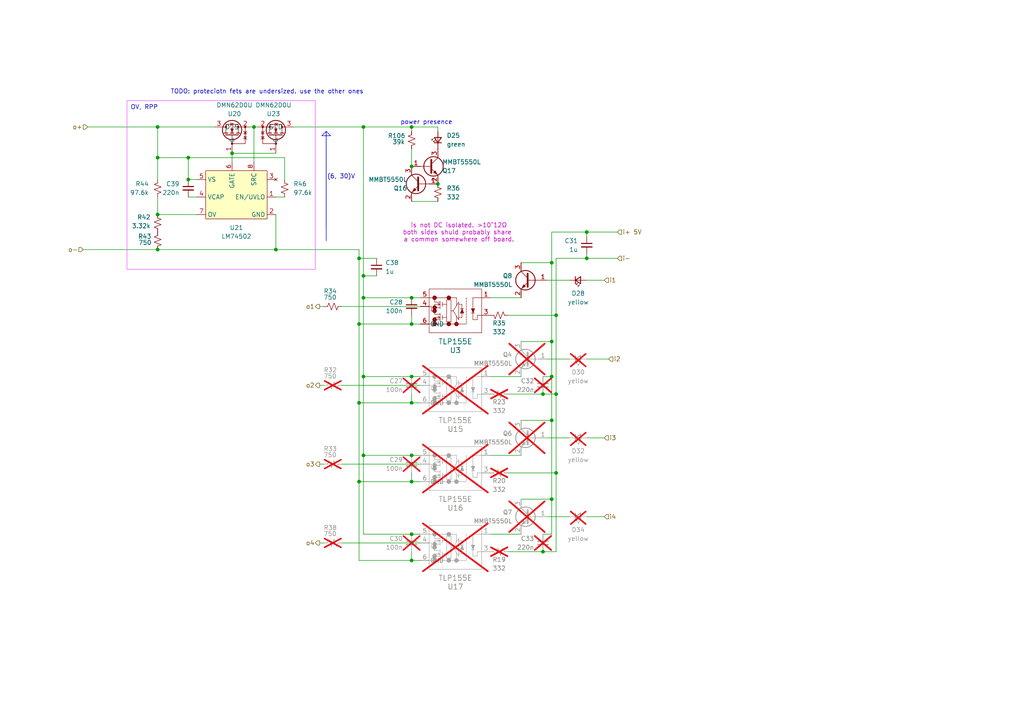
<source format=kicad_sch>
(kicad_sch (version 20250114) (generator "eeschema") (generator_version "9.0")
  (paper "A4")
  (lib_symbols
    (symbol "Device:C_Small" (pin_numbers (hide yes)) (pin_names (offset 0.254) (hide yes))
      (property "Reference" "C" (at 0.254 1.778 0))
      (property "Value" "C_Small" (at 0.254 -2.032 0))
      (symbol "C_Small_0_1"
        (polyline (pts (xy -1.524 0.508) (xy 1.524 0.508)) (stroke (width 0.3048)))
        (polyline (pts (xy -1.524 -0.508) (xy 1.524 -0.508)) (stroke (width 0.3302)))
      )
      (symbol "C_Small_1_1"
        (pin passive line (at 0 2.54 270) (length 2.032) (name "~") (number "1"))
        (pin passive line (at 0 -2.54 90) (length 2.032) (name "~") (number "2"))
      )
    )
    (symbol "Device:LED_Small" (pin_numbers (hide yes)) (pin_names (offset 0.254) (hide yes))
      (property "Reference" "D" (at -1.27 3.175 0))
      (property "Value" "LED_Small" (at -4.445 -2.54 0))
      (symbol "LED_Small_0_1"
        (polyline (pts (xy -0.762 -1.016) (xy -0.762 1.016)) (stroke (width 0.254)))
        (polyline (pts (xy 0 0.762) (xy -0.508 1.27) (xy -0.254 1.27) (xy -0.508 1.27) (xy -0.508 1.016)))
        (polyline (pts (xy 0.508 1.27) (xy 0 1.778) (xy 0.254 1.778) (xy 0 1.778) (xy 0 1.524)))
        (polyline (pts (xy 0.762 -1.016) (xy -0.762 0) (xy 0.762 1.016) (xy 0.762 -1.016)) (stroke (width 0.254)))
        (polyline (pts (xy 1.016 0) (xy -0.762 0)))
      )
      (symbol "LED_Small_1_1"
        (pin passive line (at -2.54 0 0) (length 1.778) (name "K") (number "1"))
        (pin passive line (at 2.54 0 180) (length 1.778) (name "A") (number "2"))
      )
    )
    (symbol "Device:R_Small_US" (pin_numbers (hide yes)) (pin_names (offset 0.254) (hide yes))
      (property "Reference" "R" (at 0.762 0.508 0))
      (property "Value" "R_Small_US" (at 0.762 -1.016 0))
      (symbol "R_Small_US_1_1"
        (polyline (pts (xy 0 1.524) (xy 1.016 1.143) (xy 0 0.762) (xy -1.016 0.381) (xy 0 0)))
        (polyline (pts (xy 0 0) (xy 1.016 -0.381) (xy 0 -0.762) (xy -1.016 -1.143) (xy 0 -1.524)))
        (pin passive line (at 0 2.54 270) (length 1.016) (name "~") (number "1"))
        (pin passive line (at 0 -2.54 90) (length 1.016) (name "~") (number "2"))
      )
    )
    (symbol "Transistor_BJT:MMBT5550L" (pin_names (offset 0) (hide yes))
      (property "Reference" "Q" (at 5.08 1.905 0))
      (property "Value" "MMBT5550L" (at 5.08 0 0))
      (symbol "MMBT5550L_0_1"
        (polyline (pts (xy -2.54 0) (xy 0.635 0)))
        (polyline (pts (xy 0.635 1.905) (xy 0.635 -1.905)) (stroke (width 0.508)))
        (circle (center 1.27 0) (radius 2.8194) (stroke (width 0.254)))
      )
      (symbol "MMBT5550L_1_1"
        (polyline (pts (xy 0.635 0.635) (xy 2.54 2.54)))
        (polyline (pts (xy 0.635 -0.635) (xy 2.54 -2.54)))
        (polyline (pts (xy 1.27 -1.778) (xy 1.778 -1.27) (xy 2.286 -2.286) (xy 1.27 -1.778)) (fill (type outline)))
        (pin input line (at -5.08 0 0) (length 2.54) (name "B") (number "1"))
        (pin passive line (at 2.54 5.08 270) (length 2.54) (name "C") (number "3"))
        (pin passive line (at 2.54 -5.08 90) (length 2.54) (name "E") (number "2"))
      )
    )
    (symbol "zzLocalLibrary:DMN62D0U"
      (property "Reference" "U" (at 3.302 1.016 0))
      (property "Value" "DMN62D0U" (at 0 0 0))
      (symbol "DMN62D0U_0_1"
        (polyline (pts (xy 0 -3.81) (xy -4.826 -3.81) (xy -4.826 0)))
      )
      (symbol "DMN62D0U_1_1"
        (circle (center -4.826 0) (radius 0.254) (fill (type outline)))
        (polyline (pts (xy -3.556 -4.318) (xy -3.429 -4.191) (xy -3.429 -3.429) (xy -3.302 -3.302)))
        (polyline (pts (xy -3.429 -3.81) (xy -2.794 -4.191) (xy -2.794 -3.429) (xy -3.429 -3.81)))
        (polyline (pts (xy -2.286 1.905) (xy -2.286 -1.905)) (stroke (width 0.254)))
        (polyline (pts (xy -2.286 0) (xy -5.08 0)))
        (polyline (pts (xy -1.778 2.286) (xy -1.778 1.27)) (stroke (width 0.254)))
        (polyline (pts (xy -1.778 0.508) (xy -1.778 -0.508)) (stroke (width 0.254)))
        (polyline (pts (xy -1.778 -1.27) (xy -1.778 -2.286)) (stroke (width 0.254)))
        (polyline (pts (xy -1.778 -1.778) (xy 0.762 -1.778) (xy 0.762 1.778) (xy -1.778 1.778)))
        (polyline (pts (xy -1.524 0) (xy -0.508 0.381) (xy -0.508 -0.381) (xy -1.524 0)) (fill (type outline)))
        (polyline (pts (xy -1.397 -3.81) (xy -2.032 -3.429) (xy -2.032 -4.191) (xy -1.397 -3.81)))
        (polyline (pts (xy -1.27 -3.302) (xy -1.397 -3.429) (xy -1.397 -4.191) (xy -1.524 -4.318)))
        (circle (center -0.889 0) (radius 2.794) (stroke (width 0.254)))
        (polyline (pts (xy 0 2.54) (xy 0 1.778)))
        (circle (center 0 1.778) (radius 0.254) (fill (type outline)))
        (circle (center 0 -1.778) (radius 0.254) (fill (type outline)))
        (polyline (pts (xy 0 -2.54) (xy 0 0) (xy -1.778 0)))
        (circle (center 0 -3.81) (radius 0.254) (fill (type outline)))
        (polyline (pts (xy 0.254 0.508) (xy 0.381 0.381) (xy 1.143 0.381) (xy 1.27 0.254)))
        (polyline (pts (xy 0.762 0.381) (xy 0.381 -0.254) (xy 1.143 -0.254) (xy 0.762 0.381)))
        (pin input line (at -7.62 0 0) (length 2.54) (name "G") (number "1"))
        (pin passive line (at 0 5.08 270) (length 2.54) (name "D") (number "3"))
        (pin passive line (at 0 -5.08 90) (length 2.54) (name "S") (number "2"))
      )
    )
    (symbol "zzLocalLibrary:LM74502"
      (property "Reference" "U" (at 0 -7.366 0))
      (property "Value" "LM74502" (at 0 -2.794 0))
      (symbol "LM74502_1_1"
        (rectangle (start -8.89 7.62) (end 8.89 -6.35) (fill (type background)))
        (pin input line (at -11.43 5.08 0) (length 2.54) (name "VS") (number "5"))
        (pin input line (at -11.43 0 0) (length 2.54) (name "VCAP") (number "4"))
        (pin input line (at -11.43 -5.08 0) (length 2.54) (name "OV") (number "7"))
        (pin input line (at -1.27 10.16 270) (length 2.54) (name "GATE") (number "6"))
        (pin input line (at 5.08 10.16 270) (length 2.54) (name "SRC") (number "8"))
        (pin no_connect line (at 11.43 5.08 180) (length 2.54) (name "") (number "3"))
        (pin input line (at 11.43 0 180) (length 2.54) (name "EN/UVLO") (number "1"))
        (pin input line (at 11.43 -5.08 180) (length 2.54) (name "GND") (number "2"))
      )
    )
    (symbol "zzLocalLibrary:TLP155E" (pin_names (offset 0.254))
      (property "Reference" "U" (at 15.24 6.096 0))
      (property "Value" "TLP155E" (at 15.24 4.064 0))
      (symbol "TLP155E_0_1"
        (polyline (pts (xy 7.62 2.54) (xy 7.62 -10.16)) (stroke (width 0.127)))
        (polyline (pts (xy 7.62 0) (xy 10.16 0)) (stroke (width 0.127)))
        (polyline (pts (xy 7.62 -5.08) (xy 8.89 -5.08)) (stroke (width 0.127)))
        (polyline (pts (xy 7.62 -10.16) (xy 22.86 -10.16)) (stroke (width 0.127)))
        (polyline (pts (xy 8.89 -5.08) (xy 8.89 -6.35)) (stroke (width 0.127)))
        (polyline (pts (xy 8.89 -6.35) (xy 10.16 -6.35)) (stroke (width 0.127)))
        (polyline (pts (xy 9.652 -4.445) (xy 10.668 -4.445)) (stroke (width 0.127)))
        (polyline (pts (xy 10.16 0) (xy 10.16 -3.175)) (stroke (width 0.127)))
        (polyline (pts (xy 10.16 -4.445) (xy 9.652 -3.175) (xy 10.668 -3.175)) (fill (type outline)))
        (polyline (pts (xy 10.16 -6.35) (xy 10.16 -4.445)) (stroke (width 0.127)))
        (polyline (pts (xy 12.065 -0.508) (xy 12.065 0)) (stroke (width 0.127)))
        (polyline (pts (xy 12.065 -1.27) (xy 12.065 -0.762)) (stroke (width 0.127)))
        (polyline (pts (xy 12.065 -2.032) (xy 12.065 -1.524)) (stroke (width 0.127)))
        (polyline (pts (xy 12.065 -2.794) (xy 12.065 -2.286)) (stroke (width 0.127)))
        (polyline (pts (xy 12.065 -3.556) (xy 12.065 -3.048)) (stroke (width 0.127)))
        (polyline (pts (xy 12.065 -4.318) (xy 12.065 -3.81)) (stroke (width 0.127)))
        (polyline (pts (xy 12.065 -5.08) (xy 12.065 -4.572)) (stroke (width 0.127)))
        (polyline (pts (xy 12.065 -5.842) (xy 12.065 -5.334)) (stroke (width 0.127)))
        (polyline (pts (xy 12.065 -6.604) (xy 12.065 -6.096)) (stroke (width 0.127)))
        (polyline (pts (xy 12.065 -7.366) (xy 12.065 -6.858)) (stroke (width 0.127)))
        (polyline (pts (xy 12.065 -7.62) (xy 22.86 -7.62)) (stroke (width 0.127)))
        (polyline (pts (xy 12.827 -3.175) (xy 13.843 -3.175)) (stroke (width 0.127)))
        (polyline (pts (xy 13.335 -1.905) (xy 13.335 -3.175)) (stroke (width 0.127)))
        (polyline (pts (xy 13.335 -1.905) (xy 14.2875 -1.905)) (stroke (width 0.127)))
        (polyline (pts (xy 13.335 -3.175) (xy 12.827 -4.445) (xy 13.843 -4.445)) (fill (type outline)))
        (polyline (pts (xy 13.335 -5.715) (xy 13.335 -4.445)) (stroke (width 0.127)))
        (polyline (pts (xy 13.335 -5.715) (xy 14.2875 -5.715)) (stroke (width 0.127)))
        (polyline (pts (xy 14.2875 -1.27) (xy 14.2875 -6.35)) (stroke (width 0.127)))
        (polyline (pts (xy 14.2875 -1.27) (xy 15.875 -3.81)) (stroke (width 0.127)))
        (polyline (pts (xy 14.2875 -6.35) (xy 15.875 -3.81)) (stroke (width 0.127)))
        (polyline (pts (xy 14.9225 -2.2225) (xy 14.9225 0)) (stroke (width 0.127)))
        (polyline (pts (xy 14.9225 -5.3975) (xy 14.9225 -7.62)) (stroke (width 0.127)))
        (circle (center 14.9225 -7.62) (radius 0.127) (stroke (width 0.508)))
        (polyline (pts (xy 15.875 -3.81) (xy 16.51 -3.81)) (stroke (width 0.127)))
        (polyline (pts (xy 16.51 -0.635) (xy 16.51 -6.985)) (stroke (width 0.127)))
        (polyline (pts (xy 16.51 -6.985) (xy 17.78 -6.985)) (stroke (width 0.127)))
        (polyline (pts (xy 17.145 0) (xy 17.145 -0.635)) (stroke (width 0.127)))
        (circle (center 17.145 0) (radius 0.127) (stroke (width 0.508)))
        (polyline (pts (xy 17.145 -7.62) (xy 17.145 -6.985)) (stroke (width 0.127)))
        (circle (center 17.145 -7.62) (radius 0.127) (stroke (width 0.508)))
        (polyline (pts (xy 17.78 -0.635) (xy 16.51 -0.635)) (stroke (width 0.127)))
        (polyline (pts (xy 17.78 -1.905) (xy 19.05 -1.905)) (stroke (width 0.127)))
        (polyline (pts (xy 17.78 -5.715) (xy 19.05 -5.715)) (stroke (width 0.127)))
        (polyline (pts (xy 17.78 -6.985) (xy 17.78 -0.635)) (stroke (width 0.127)))
        (polyline (pts (xy 19.05 -1.27) (xy 19.05 -2.54)) (stroke (width 0.127)))
        (polyline (pts (xy 19.05 -5.08) (xy 19.05 -6.35)) (stroke (width 0.127)))
        (polyline (pts (xy 19.685 -1.27) (xy 21.2725 -1.27)) (stroke (width 0.127)))
        (polyline (pts (xy 19.685 -1.905) (xy 20.32 -1.5875)) (stroke (width 0.127)))
        (polyline (pts (xy 19.685 -1.905) (xy 20.32 -2.2225)) (stroke (width 0.127)))
        (polyline (pts (xy 19.685 -3.175) (xy 19.685 -0.9525)) (stroke (width 0.127)))
        (polyline (pts (xy 19.685 -4.445) (xy 19.685 -6.6675)) (stroke (width 0.127)))
        (polyline (pts (xy 19.685 -5.715) (xy 20.32 -5.3975)) (stroke (width 0.127)))
        (polyline (pts (xy 19.685 -5.715) (xy 20.32 -6.0325)) (stroke (width 0.127)))
        (polyline (pts (xy 19.685 -6.35) (xy 21.2725 -6.35)) (stroke (width 0.127)))
        (circle (center 21.2725 0) (radius 0.127) (stroke (width 0.508)))
        (polyline (pts (xy 21.2725 -1.27) (xy 21.2725 0)) (stroke (width 0.127)))
        (polyline (pts (xy 21.2725 -1.905) (xy 19.685 -1.905)) (stroke (width 0.127)))
        (polyline (pts (xy 21.2725 -1.905) (xy 21.2725 -2.8575)) (stroke (width 0.127)))
        (polyline (pts (xy 21.2725 -2.8575) (xy 19.685 -2.8575)) (stroke (width 0.127)))
        (polyline (pts (xy 21.2725 -2.8575) (xy 21.2725 -4.7625)) (stroke (width 0.127)))
        (circle (center 21.2725 -2.8575) (radius 0.127) (stroke (width 0.508)))
        (circle (center 21.2725 -3.81) (radius 0.127) (stroke (width 0.508)))
        (polyline (pts (xy 21.2725 -4.7625) (xy 19.685 -4.7625)) (stroke (width 0.127)))
        (polyline (pts (xy 21.2725 -5.715) (xy 19.685 -5.715)) (stroke (width 0.127)))
        (circle (center 21.2725 -6.35) (radius 0.127) (stroke (width 0.508)))
        (polyline (pts (xy 21.2725 -7.62) (xy 21.2725 -5.715)) (stroke (width 0.127)))
        (circle (center 21.2725 -7.62) (radius 0.127) (stroke (width 0.508)))
        (polyline (pts (xy 22.225 -2.54) (xy 22.225 -3.81)) (stroke (width 0.127)))
        (polyline (pts (xy 22.225 -3.81) (xy 21.2725 -3.81)) (stroke (width 0.127)))
        (polyline (pts (xy 22.86 2.54) (xy 7.62 2.54)) (stroke (width 0.127)))
        (polyline (pts (xy 22.86 0) (xy 14.9225 0)) (stroke (width 0.127)))
        (polyline (pts (xy 22.86 -2.54) (xy 22.225 -2.54)) (stroke (width 0.127)))
        (polyline (pts (xy 22.86 -10.16) (xy 22.86 2.54)) (stroke (width 0.127)))
      )
      (symbol "TLP155E_1_1"
        (pin input line (at 5.08 0 0) (length 2.54) (name "") (number "1"))
        (pin input line (at 5.08 -5.08 0) (length 2.54) (name "") (number "3"))
        (pin input line (at 25.4 0 180) (length 2.54) (name "") (number "5"))
        (pin input line (at 25.4 -2.54 180) (length 2.54) (name "") (number "4"))
        (pin input line (at 25.4 -7.62 180) (length 2.54) (name "GND") (number "6"))
      )
    )
  )
  (rectangle (start 36.83 29.21) (end 91.44 78.105) (stroke (width 0) (color 234 84 255 1)))
  (text "is not DC isolated. >10^12Ω\nboth sides shuld probably share \na common somewhere off board." (at 133.096 67.564 0) (effects (font (size 1.27 1.27))))
  (text "OV, RPP" (at 37.846 31.242 0) (effects (font (size 1.27 1.27)) (justify left)))
  (text "power presence" (at 123.698 35.56 0) (effects (font (size 1.27 1.27))))
  (text "(6, 30)V" (at 98.933 51.308 0) (effects (font (size 1.27 1.27))))
  (text "TODO: proteciotn fets are undersized. use the other ones" (at 77.47 26.67 0) (effects (font (size 1.27 1.27))))
  (junction (at 160.02 144.78))
  (junction (at 119.38 93.98))
  (junction (at 104.14 93.98))
  (junction (at 127 53.34))
  (junction (at 104.14 139.7))
  (junction (at 170.18 74.93))
  (junction (at 161.29 114.3))
  (junction (at 104.14 116.84))
  (junction (at 157.48 160.02))
  (junction (at 45.72 36.83))
  (junction (at 105.41 80.01))
  (junction (at 54.61 52.07))
  (junction (at 170.18 67.31))
  (junction (at 160.02 109.22))
  (junction (at 119.38 154.94))
  (junction (at 161.29 137.16))
  (junction (at 80.01 72.39))
  (junction (at 119.38 48.26))
  (junction (at 105.41 109.22))
  (junction (at 119.38 36.83))
  (junction (at 104.14 74.93))
  (junction (at 105.41 36.83))
  (junction (at 45.72 45.72))
  (junction (at 54.61 45.72))
  (junction (at 105.41 86.36))
  (junction (at 157.48 114.3))
  (junction (at 105.41 132.08))
  (junction (at 119.38 139.7))
  (junction (at 119.38 132.08))
  (junction (at 160.02 76.2))
  (junction (at 161.29 91.44))
  (junction (at 45.72 62.23))
  (junction (at 119.38 162.56))
  (junction (at 119.38 116.84))
  (junction (at 160.02 121.92))
  (junction (at 119.38 109.22))
  (junction (at 73.66 36.83))
  (junction (at 67.31 44.45))
  (junction (at 119.38 86.36))
  (junction (at 45.72 72.39))
  (junction (at 160.02 99.06))
  (wire (pts (xy 85.09 36.83) (xy 105.41 36.83)))
  (wire (pts (xy 161.29 91.44) (xy 161.29 114.3)))
  (wire (pts (xy 104.14 162.56) (xy 119.38 162.56)))
  (wire (pts (xy 80.01 72.39) (xy 104.14 72.39)))
  (wire (pts (xy 119.38 139.7) (xy 119.38 137.16)))
  (wire (pts (xy 157.48 114.3) (xy 161.29 114.3)))
  (wire (pts (xy 119.38 36.83) (xy 127 36.83)))
  (wire (pts (xy 54.61 45.72) (xy 54.61 52.07)))
  (wire (pts (xy 45.72 45.72) (xy 45.72 52.07)))
  (wire (pts (xy 160.02 76.2) (xy 151.13 76.2)))
  (wire (pts (xy 119.38 162.56) (xy 121.92 162.56)))
  (wire (pts (xy 99.06 157.48) (xy 121.92 157.48)))
  (wire (pts (xy 25.4 36.83) (xy 45.72 36.83)))
  (wire (pts (xy 160.02 144.78) (xy 160.02 154.94)))
  (wire (pts (xy 161.29 137.16) (xy 161.29 160.02)))
  (wire (pts (xy 67.31 44.45) (xy 80.01 44.45)))
  (wire (pts (xy 73.66 36.83) (xy 74.93 36.83)))
  (wire (pts (xy 161.29 74.93) (xy 161.29 91.44)))
  (polyline (pts (xy 93.345 39.37) (xy 95.885 39.37)))
  (wire (pts (xy 99.06 88.9) (xy 121.92 88.9)))
  (wire (pts (xy 45.72 36.83) (xy 62.23 36.83)))
  (wire (pts (xy 105.41 80.01) (xy 105.41 86.36)))
  (wire (pts (xy 54.61 57.15) (xy 57.15 57.15)))
  (wire (pts (xy 73.66 36.83) (xy 73.66 46.99)))
  (wire (pts (xy 92.71 157.48) (xy 93.98 157.48)))
  (wire (pts (xy 119.38 43.18) (xy 119.38 48.26)))
  (wire (pts (xy 157.48 109.22) (xy 160.02 109.22)))
  (wire (pts (xy 170.18 73.66) (xy 170.18 74.93)))
  (wire (pts (xy 82.55 52.07) (xy 82.55 45.72)))
  (wire (pts (xy 160.02 144.78) (xy 151.13 144.78)))
  (wire (pts (xy 170.18 127) (xy 175.26 127)))
  (wire (pts (xy 170.18 67.31) (xy 160.02 67.31)))
  (wire (pts (xy 161.29 114.3) (xy 161.29 137.16)))
  (wire (pts (xy 157.48 160.02) (xy 161.29 160.02)))
  (wire (pts (xy 158.75 149.86) (xy 165.1 149.86)))
  (wire (pts (xy 119.38 86.36) (xy 121.92 86.36)))
  (wire (pts (xy 119.38 36.83) (xy 119.38 38.1)))
  (wire (pts (xy 170.18 81.28) (xy 175.26 81.28)))
  (wire (pts (xy 179.07 74.93) (xy 170.18 74.93)))
  (polyline (pts (xy 94.615 38.1) (xy 94.615 66.04)))
  (wire (pts (xy 92.71 88.9) (xy 93.98 88.9)))
  (wire (pts (xy 158.75 81.28) (xy 165.1 81.28)))
  (wire (pts (xy 45.72 72.39) (xy 80.01 72.39)))
  (wire (pts (xy 104.14 74.93) (xy 109.22 74.93)))
  (wire (pts (xy 92.71 134.62) (xy 93.98 134.62)))
  (wire (pts (xy 170.18 149.86) (xy 175.26 149.86)))
  (wire (pts (xy 105.41 80.01) (xy 109.22 80.01)))
  (wire (pts (xy 119.38 162.56) (xy 119.38 160.02)))
  (wire (pts (xy 45.72 62.23) (xy 57.15 62.23)))
  (wire (pts (xy 119.38 139.7) (xy 121.92 139.7)))
  (wire (pts (xy 158.75 104.14) (xy 165.1 104.14)))
  (wire (pts (xy 104.14 93.98) (xy 104.14 116.84)))
  (wire (pts (xy 54.61 45.72) (xy 45.72 45.72)))
  (wire (pts (xy 72.39 36.83) (xy 73.66 36.83)))
  (wire (pts (xy 45.72 57.15) (xy 45.72 62.23)))
  (polyline (pts (xy 94.615 38.1) (xy 93.345 39.37)))
  (wire (pts (xy 99.06 111.76) (xy 121.92 111.76)))
  (wire (pts (xy 105.41 109.22) (xy 105.41 132.08)))
  (wire (pts (xy 170.18 104.14) (xy 176.53 104.14)))
  (wire (pts (xy 104.14 116.84) (xy 119.38 116.84)))
  (wire (pts (xy 105.41 36.83) (xy 119.38 36.83)))
  (wire (pts (xy 160.02 121.92) (xy 160.02 144.78)))
  (wire (pts (xy 142.24 109.22) (xy 151.13 109.22)))
  (wire (pts (xy 142.24 132.08) (xy 151.13 132.08)))
  (wire (pts (xy 161.29 91.44) (xy 147.32 91.44)))
  (wire (pts (xy 119.38 116.84) (xy 119.38 114.3)))
  (polyline (pts (xy 95.885 39.37) (xy 94.615 38.1)))
  (wire (pts (xy 127 36.83) (xy 127 38.1)))
  (wire (pts (xy 80.01 57.15) (xy 82.55 57.15)))
  (wire (pts (xy 105.41 132.08) (xy 119.38 132.08)))
  (wire (pts (xy 105.41 132.08) (xy 105.41 154.94)))
  (wire (pts (xy 147.32 160.02) (xy 157.48 160.02)))
  (wire (pts (xy 161.29 137.16) (xy 147.32 137.16)))
  (wire (pts (xy 119.38 93.98) (xy 121.92 93.98)))
  (wire (pts (xy 160.02 99.06) (xy 160.02 109.22)))
  (wire (pts (xy 104.14 139.7) (xy 119.38 139.7)))
  (wire (pts (xy 105.41 109.22) (xy 119.38 109.22)))
  (wire (pts (xy 105.41 86.36) (xy 119.38 86.36)))
  (wire (pts (xy 158.75 127) (xy 165.1 127)))
  (wire (pts (xy 104.14 74.93) (xy 104.14 93.98)))
  (wire (pts (xy 119.38 116.84) (xy 121.92 116.84)))
  (wire (pts (xy 92.71 111.76) (xy 93.98 111.76)))
  (wire (pts (xy 119.38 154.94) (xy 121.92 154.94)))
  (wire (pts (xy 119.38 58.42) (xy 127 58.42)))
  (wire (pts (xy 119.38 109.22) (xy 121.92 109.22)))
  (wire (pts (xy 82.55 45.72) (xy 54.61 45.72)))
  (wire (pts (xy 119.38 93.98) (xy 119.38 91.44)))
  (wire (pts (xy 160.02 67.31) (xy 160.02 76.2)))
  (wire (pts (xy 157.48 154.94) (xy 160.02 154.94)))
  (wire (pts (xy 54.61 52.07) (xy 57.15 52.07)))
  (wire (pts (xy 104.14 72.39) (xy 104.14 74.93)))
  (wire (pts (xy 105.41 36.83) (xy 105.41 80.01)))
  (wire (pts (xy 104.14 93.98) (xy 119.38 93.98)))
  (wire (pts (xy 105.41 154.94) (xy 119.38 154.94)))
  (wire (pts (xy 142.24 86.36) (xy 151.13 86.36)))
  (wire (pts (xy 142.24 154.94) (xy 151.13 154.94)))
  (wire (pts (xy 160.02 109.22) (xy 160.02 121.92)))
  (wire (pts (xy 160.02 121.92) (xy 151.13 121.92)))
  (wire (pts (xy 24.13 72.39) (xy 45.72 72.39)))
  (wire (pts (xy 119.38 132.08) (xy 121.92 132.08)))
  (wire (pts (xy 104.14 162.56) (xy 104.14 139.7)))
  (wire (pts (xy 105.41 86.36) (xy 105.41 109.22)))
  (wire (pts (xy 170.18 67.31) (xy 179.07 67.31)))
  (wire (pts (xy 160.02 99.06) (xy 151.13 99.06)))
  (wire (pts (xy 170.18 67.31) (xy 170.18 68.58)))
  (wire (pts (xy 67.31 44.45) (xy 67.31 46.99)))
  (wire (pts (xy 80.01 62.23) (xy 80.01 72.39)))
  (wire (pts (xy 147.32 114.3) (xy 157.48 114.3)))
  (wire (pts (xy 160.02 76.2) (xy 160.02 99.06)))
  (polyline (pts (xy 94.615 38.1) (xy 94.615 69.85)))
  (wire (pts (xy 104.14 116.84) (xy 104.14 139.7)))
  (wire (pts (xy 170.18 74.93) (xy 161.29 74.93)))
  (wire (pts (xy 45.72 36.83) (xy 45.72 45.72)))
  (wire (pts (xy 99.06 134.62) (xy 121.92 134.62)))
  (hierarchical_label "o+" (shape input) (at 25.4 36.83 180))
  (hierarchical_label "i2" (shape input) (at 176.53 104.14 0))
  (hierarchical_label "i3" (shape input) (at 175.26 127 0))
  (hierarchical_label "i4" (shape input) (at 175.26 149.86 0))
  (hierarchical_label "o3" (shape output) (at 92.71 134.62 180))
  (hierarchical_label "i1" (shape input) (at 175.26 81.28 0))
  (hierarchical_label "o-" (shape input) (at 24.13 72.39 180))
  (hierarchical_label "o4" (shape output) (at 92.71 157.48 180))
  (hierarchical_label "o2" (shape output) (at 92.71 111.76 180))
  (hierarchical_label "i-" (shape input) (at 179.07 74.93 0))
  (hierarchical_label "i+ 5V" (shape input) (at 179.07 67.31 0))
  (hierarchical_label "o1" (shape output) (at 92.71 88.9 180))
  (symbol (lib_id "Device:R_Small_US") (at 96.52 157.48 270) (unit 1) (in_bom no) (on_board no) (dnp yes)
    (property "Reference" "R38" (at 93.853 153.035 90) (effects (justify left)))
    (property "Value" "750" (at 97.663 154.813 90) (effects (justify right)))
    (property "Footprint" "Resistor_SMD:R_1206_3216Metric_Pad1.30x1.75mm_HandSolder" (effects (hide yes)))
    (property "Datasheet" "https://www.mouser.com/ProductDetail/Panasonic/ERJ-P08F6800V?qs=iIVTEDlrHA3SVAPfz%2FMedg%3D%3D" (effects (hide yes)))
    (property "Description" "Resistor, US symbol" (effects (hide yes)))
    (property "mouser" "https://www.mouser.com/ProductDetail/YAGEO/RC1206JR-13750RL?qs=sGAEpiMZZMvdGkrng054t8AJgcdMkx7xRBGyMWDk%2FFM%3D" (effects (hide yes)))
    (property "specs" "750mOhm, 250mW, 5%, 100PPM, 200C, -55C, +155C" (effects (hide yes)))
    (property "unit x10" "0.022" (effects (hide yes)))
    (property "unit x1" "0.1" (effects (hide yes)))
  )
  (symbol (lib_id "Device:R_Small_US") (at 96.52 134.62 270) (unit 1) (in_bom no) (on_board no) (dnp yes)
    (property "Reference" "R33" (at 93.853 130.175 90) (effects (justify left)))
    (property "Value" "750" (at 97.663 131.953 90) (effects (justify right)))
    (property "Footprint" "Resistor_SMD:R_1206_3216Metric_Pad1.30x1.75mm_HandSolder" (effects (hide yes)))
    (property "Datasheet" "https://www.mouser.com/ProductDetail/Panasonic/ERJ-P08F6800V?qs=iIVTEDlrHA3SVAPfz%2FMedg%3D%3D" (effects (hide yes)))
    (property "Description" "Resistor, US symbol" (effects (hide yes)))
    (property "mouser" "https://www.mouser.com/ProductDetail/YAGEO/RC1206JR-13750RL?qs=sGAEpiMZZMvdGkrng054t8AJgcdMkx7xRBGyMWDk%2FFM%3D" (effects (hide yes)))
    (property "specs" "750mOhm, 250mW, 5%, 100PPM, 200C, -55C, +155C" (effects (hide yes)))
    (property "unit x10" "0.022" (effects (hide yes)))
    (property "unit x1" "0.1" (effects (hide yes)))
  )
  (symbol (lib_id "zzLocalLibrary:TLP155E") (at 147.32 109.22 0) (mirror y) (unit 1) (in_bom no) (on_board no) (dnp yes)
    (property "Reference" "U15" (at 132.08 124.46 0) (effects (font (size 1.524 1.524))))
    (property "Value" "TLP155E" (at 132.08 121.92 0) (effects (font (size 1.524 1.524))))
    (property "Footprint" "zzLocalLibraries-Footprints:U_SO6_11-4L1_TOS-M" (effects (hide yes)))
    (property "Datasheet" "https://toshiba.semicon-storage.com/info/docget.jsp?did=61170&prodName=TLP155E" (effects (hide yes)))
    (property "mouser" "https://www.mouser.com/ProductDetail/Toshiba/TLP155ETPLE?qs=sGAEpiMZZMttRlfKh3fYa7Y4ravoBUPKtYLbKD3038k%3D" (effects (hide yes)))
    (property "unit x10" "0.719" (effects (hide yes)))
    (property "unit x1" "1.03" (effects (hide yes)))
  )
  (symbol (lib_id "Device:R_Small_US") (at 45.72 54.61 0) (mirror x) (unit 1)
    (property "Reference" "R44" (at 43.18 53.3399 0) (effects (justify right)))
    (property "Value" "97.6k" (at 43.18 55.8799 0) (effects (justify right)))
    (property "Footprint" "Resistor_SMD:R_0805_2012Metric_Pad1.20x1.40mm_HandSolder" (effects (hide yes)))
    (property "Description" "Resistor, small US symbol" (effects (hide yes)))
    (property "mouser" "https://www.mouser.com/ProductDetail/KOA-Speer/RK73H2ATTD9762F?qs=sGAEpiMZZMvdGkrng054tz%252BUJoUq5nhIYmtkGFxIWAo%3D" (effects (hide yes)))
    (property "unit x10" "0.02" (effects (hide yes)))
    (property "unit x1" "0.1" (effects (hide yes)))
    (property "specs " "250mW, 97.6k, 1%, 100ppm, -55c, +155c, 150V" (effects (hide yes)))
  )
  (symbol (lib_id "Device:R_Small_US") (at 82.55 54.61 180) (unit 1)
    (property "Reference" "R46" (at 85.09 53.3399 0) (effects (justify right)))
    (property "Value" "97.6k" (at 85.09 55.8799 0) (effects (justify right)))
    (property "Footprint" "Resistor_SMD:R_0805_2012Metric_Pad1.20x1.40mm_HandSolder" (effects (hide yes)))
    (property "Description" "Resistor, small US symbol" (effects (hide yes)))
    (property "mouser" "https://www.mouser.com/ProductDetail/KOA-Speer/RK73H2ATTD9762F?qs=sGAEpiMZZMvdGkrng054tz%252BUJoUq5nhIYmtkGFxIWAo%3D" (effects (hide yes)))
    (property "unit x10" "0.02" (effects (hide yes)))
    (property "unit x1" "0.1" (effects (hide yes)))
    (property "specs " "250mW, 97.6k, 1%, 100ppm, -55c, +155c, 150V" (effects (hide yes)))
  )
  (symbol (lib_id "Device:R_Small_US") (at 96.52 111.76 270) (unit 1) (in_bom no) (on_board no) (dnp yes)
    (property "Reference" "R32" (at 93.853 107.315 90) (effects (justify left)))
    (property "Value" "750" (at 97.663 109.093 90) (effects (justify right)))
    (property "Footprint" "Resistor_SMD:R_1206_3216Metric_Pad1.30x1.75mm_HandSolder" (effects (hide yes)))
    (property "Datasheet" "https://www.mouser.com/ProductDetail/Panasonic/ERJ-P08F6800V?qs=iIVTEDlrHA3SVAPfz%2FMedg%3D%3D" (effects (hide yes)))
    (property "Description" "Resistor, US symbol" (effects (hide yes)))
    (property "mouser" "https://www.mouser.com/ProductDetail/YAGEO/RC1206JR-13750RL?qs=sGAEpiMZZMvdGkrng054t8AJgcdMkx7xRBGyMWDk%2FFM%3D" (effects (hide yes)))
    (property "specs" "750mOhm, 250mW, 5%, 100PPM, 200C, -55C, +155C" (effects (hide yes)))
    (property "unit x10" "0.022" (effects (hide yes)))
    (property "unit x1" "0.1" (effects (hide yes)))
  )
  (symbol (lib_id "Device:R_Small_US") (at 144.78 114.3 90) (mirror x) (unit 1) (in_bom no) (on_board no) (dnp yes)
    (property "Reference" "R23" (at 144.78 116.586 90))
    (property "Value" "332" (at 144.78 119.126 90))
    (property "Footprint" "Resistor_SMD:R_1206_3216Metric_Pad1.30x1.75mm_HandSolder" (effects (hide yes)))
    (property "Description" "Resistor, small US symbol" (effects (hide yes)))
    (property "specs" "332 ohm, 250mW, 200V, 1%, 100ppm, -55C, +155C" (effects (hide yes)))
    (property "mouser" "https://www.mouser.com/ProductDetail/YAGEO/AC1206FR-07332RL?qs=sGAEpiMZZMvdGkrng054txZnKwhPFOhA4suuzGTX%2F2A%3D" (effects (hide yes)))
    (property "unit x10" "0.016" (effects (hide yes)))
    (property "unit x1" "0.10" (effects (hide yes)))
  )
  (symbol (lib_id "zzLocalLibrary:TLP155E") (at 147.32 132.08 0) (mirror y) (unit 1) (in_bom no) (on_board no) (dnp yes)
    (property "Reference" "U16" (at 132.08 147.32 0) (effects (font (size 1.524 1.524))))
    (property "Value" "TLP155E" (at 132.08 144.78 0) (effects (font (size 1.524 1.524))))
    (property "Footprint" "zzLocalLibraries-Footprints:U_SO6_11-4L1_TOS-M" (effects (hide yes)))
    (property "Datasheet" "https://toshiba.semicon-storage.com/info/docget.jsp?did=61170&prodName=TLP155E" (effects (hide yes)))
    (property "mouser" "https://www.mouser.com/ProductDetail/Toshiba/TLP155ETPLE?qs=sGAEpiMZZMttRlfKh3fYa7Y4ravoBUPKtYLbKD3038k%3D" (effects (hide yes)))
    (property "unit x10" "0.719" (effects (hide yes)))
    (property "unit x1" "1.03" (effects (hide yes)))
  )
  (symbol (lib_id "Device:C_Small") (at 119.38 88.9 0) (mirror y) (unit 1)
    (property "Reference" "C28" (at 116.84 87.6362 0) (effects (justify left)))
    (property "Value" "100n" (at 116.84 90.1762 0) (effects (justify left)))
    (property "Footprint" "Capacitor_SMD:C_1206_3216Metric_Pad1.33x1.80mm_HandSolder" (effects (hide yes)))
    (property "mouser" "https://www.mouser.com/ProductDetail/Walsin/1206B104K251CT?qs=fIkAfuXiAQKkmX5niKUTKw%3D%3D" (effects (hide yes)))
    (property "specs" "100nF, 250VDC, X7R, 10%, -55C, +125C" (effects (hide yes)))
    (property "unit x10" "0.042" (effects (hide yes)))
  )
  (symbol (lib_id "Device:R_Small_US") (at 127 55.88 0) (unit 1)
    (property "Reference" "R36" (at 129.54 54.6099 0) (effects (justify left)))
    (property "Value" "332" (at 129.54 57.1499 0) (effects (justify left)))
    (property "Footprint" "Resistor_SMD:R_1206_3216Metric_Pad1.30x1.75mm_HandSolder" (effects (hide yes)))
    (property "Description" "Resistor, small US symbol" (effects (hide yes)))
    (property "specs" "332 ohm, 250mW, 200V, 1%, 100ppm, -55C, +155C" (effects (hide yes)))
    (property "mouser" "https://www.mouser.com/ProductDetail/YAGEO/AC1206FR-07332RL?qs=sGAEpiMZZMvdGkrng054txZnKwhPFOhA4suuzGTX%2F2A%3D" (effects (hide yes)))
    (property "unit x10" "0.016" (effects (hide yes)))
    (property "unit x1" "0.10" (effects (hide yes)))
  )
  (symbol (lib_id "Device:C_Small") (at 119.38 157.48 0) (mirror y) (unit 1) (in_bom no) (on_board no) (dnp yes)
    (property "Reference" "C30" (at 116.84 156.2162 0) (effects (justify left)))
    (property "Value" "100n" (at 116.84 158.7562 0) (effects (justify left)))
    (property "Footprint" "Capacitor_SMD:C_1206_3216Metric_Pad1.33x1.80mm_HandSolder" (effects (hide yes)))
    (property "mouser" "https://www.mouser.com/ProductDetail/Walsin/1206B104K251CT?qs=fIkAfuXiAQKkmX5niKUTKw%3D%3D" (effects (hide yes)))
    (property "specs" "100nF, 250VDC, X7R, 10%, -55C, +125C" (effects (hide yes)))
    (property "unit x10" "0.042" (effects (hide yes)))
  )
  (symbol (lib_id "Device:R_Small_US") (at 96.52 88.9 270) (unit 1)
    (property "Reference" "R34" (at 93.853 84.455 90) (effects (justify left)))
    (property "Value" "750" (at 97.663 86.233 90) (effects (justify right)))
    (property "Footprint" "Resistor_SMD:R_1206_3216Metric_Pad1.30x1.75mm_HandSolder" (effects (hide yes)))
    (property "Datasheet" "https://www.mouser.com/ProductDetail/Panasonic/ERJ-P08F6800V?qs=iIVTEDlrHA3SVAPfz%2FMedg%3D%3D" (effects (hide yes)))
    (property "Description" "Resistor, US symbol" (effects (hide yes)))
    (property "mouser" "https://www.mouser.com/ProductDetail/YAGEO/RC1206JR-13750RL?qs=sGAEpiMZZMvdGkrng054t8AJgcdMkx7xRBGyMWDk%2FFM%3D" (effects (hide yes)))
    (property "specs" "750mOhm, 250mW, 5%, 100PPM, 200C, -55C, +155C" (effects (hide yes)))
    (property "unit x10" "0.022" (effects (hide yes)))
    (property "unit x1" "0.1" (effects (hide yes)))
  )
  (symbol (lib_id "Device:C_Small") (at 157.48 111.76 0) (mirror y) (unit 1) (in_bom no) (on_board no) (dnp yes)
    (property "Reference" "C32" (at 154.94 110.4962 0) (effects (justify left)))
    (property "Value" "220n" (at 154.94 113.0362 0) (effects (justify left)))
    (property "Footprint" "Capacitor_SMD:C_0805_2012Metric_Pad1.18x1.45mm_HandSolder" (effects (hide yes)))
    (property "Datasheet" "https://www.mouser.com/ProductDetail/Samsung-Electro-Mechanics/CL31B224KBFNNNF?qs=sGAEpiMZZMsh%252B1woXyUXj7iNKXiFkBmw7C%252BUlKpuDJ8%3D" (effects (hide yes)))
    (property "mouser" "https://www.mouser.com/ProductDetail/Samsung-Electro-Mechanics/CL21B224KCFSFNE?qs=664zcAxDQ0l4Y1eUk6Zc1g%3D%3D" (effects (hide yes)))
    (property "specs" "100VDC, X7R, 10%, -55C, +125C, 220nF" (effects (hide yes)))
    (property "unit x10" "0.054" (effects (hide yes)))
  )
  (symbol (lib_id "Device:LED_Small") (at 127 40.64 90) (unit 1)
    (property "Reference" "D25" (at 129.54 39.3064 90) (effects (justify right)))
    (property "Value" "green" (at 129.54 41.8464 90) (effects (justify right)))
    (property "Footprint" "LED_SMD:LED_0805_2012Metric_Pad1.15x1.40mm_HandSolder" (effects (hide yes)))
    (property "Description" "Light emitting diode, small symbol" (effects (hide yes)))
    (property "specs" "5mA, 90mW, 2.5Vf, 5Vr, 525nm, 230mcd" (effects (hide yes)))
    (property "mouser" "https://www.mouser.com/ProductDetail/Inolux/IN-S85CS5G?qs=stqOd1AaK78kgbAhYU96ww%3D%3D" (effects (hide yes)))
    (property "unit x10" "0.187" (effects (hide yes)))
    (property "unit x1" "0.27" (effects (hide yes)))
  )
  (symbol (lib_id "zzLocalLibrary:DMN62D0U") (at 80.01 36.83 270) (mirror x) (unit 1)
    (property "Reference" "U23" (at 79.3115 33.02 90))
    (property "Value" "DMN62D0U" (at 79.3115 30.48 90))
    (property "Footprint" "Package_TO_SOT_SMD:SOT-23_Handsoldering" (effects (hide yes)))
    (property "Datasheet" "https://4donline.ihs.com/images/VipMasterIC/IC/DIOD/DIOD-S-A0002833665/DIOD-S-A0002833270-1.pdf?hkey=CECEF36DEECDED6468708AAF2E19C0C6" (effects (hide yes)))
    (property "specs" "500mVth, 60Vds, +-20Vgs, 380mA cont, 2 ohm, 590mW" (effects (hide yes)))
    (property "mouser" "https://www.mouser.com/ProductDetail/Diodes-Incorporated/DMN62D0U-7?qs=ANipbH0jDF1YQ7DvWYjVRw%3D%3D" (effects (hide yes)))
    (property "unit x10" "0.102" (effects (hide yes)))
    (property "unit x1" "0.12" (effects (hide yes)))
  )
  (symbol (lib_id "Device:R_Small_US") (at 144.78 160.02 90) (mirror x) (unit 1) (in_bom no) (on_board no) (dnp yes)
    (property "Reference" "R19" (at 144.78 162.306 90))
    (property "Value" "332" (at 144.78 164.846 90))
    (property "Footprint" "Resistor_SMD:R_1206_3216Metric_Pad1.30x1.75mm_HandSolder" (effects (hide yes)))
    (property "Description" "Resistor, small US symbol" (effects (hide yes)))
    (property "specs" "332 ohm, 250mW, 200V, 1%, 100ppm, -55C, +155C" (effects (hide yes)))
    (property "mouser" "https://www.mouser.com/ProductDetail/YAGEO/AC1206FR-07332RL?qs=sGAEpiMZZMvdGkrng054txZnKwhPFOhA4suuzGTX%2F2A%3D" (effects (hide yes)))
    (property "unit x10" "0.016" (effects (hide yes)))
    (property "unit x1" "0.10" (effects (hide yes)))
  )
  (symbol (lib_id "Transistor_BJT:MMBT5550L") (at 121.92 53.34 0) (mirror y) (unit 1)
    (property "Reference" "Q16" (at 118.11 54.6101 0) (effects (justify left)))
    (property "Value" "MMBT5550L" (at 118.11 52.0701 0) (effects (justify left)))
    (property "Footprint" "Package_TO_SOT_SMD:SOT-23" (effects (hide yes)))
    (property "Datasheet" "www.onsemi.com/pub/Collateral/MMBT5550LT1-D.PDF" (effects (hide yes)))
    (property "Description" "0.6A Ic, 140V Vce, NPN Transistor, SOT-23" (effects (hide yes)))
    (property "mouser" "https://www.mouser.com/ProductDetail/onsemi/MMBT5550LT1G?qs=R2UZ7gjkEjKW3fmkaqXxTw%3D%3D" (effects (hide yes)))
    (property "unit x10" "0.087" (effects (hide yes)))
    (property "unit x1" "0.14" (effects (hide yes)))
  )
  (symbol (lib_id "Device:C_Small") (at 157.48 157.48 0) (mirror y) (unit 1) (in_bom no) (on_board no) (dnp yes)
    (property "Reference" "C33" (at 154.94 156.2162 0) (effects (justify left)))
    (property "Value" "220n" (at 154.94 158.7562 0) (effects (justify left)))
    (property "Footprint" "Capacitor_SMD:C_0805_2012Metric_Pad1.18x1.45mm_HandSolder" (effects (hide yes)))
    (property "Datasheet" "https://www.mouser.com/ProductDetail/Samsung-Electro-Mechanics/CL31B224KBFNNNF?qs=sGAEpiMZZMsh%252B1woXyUXj7iNKXiFkBmw7C%252BUlKpuDJ8%3D" (effects (hide yes)))
    (property "mouser" "https://www.mouser.com/ProductDetail/Samsung-Electro-Mechanics/CL21B224KCFSFNE?qs=664zcAxDQ0l4Y1eUk6Zc1g%3D%3D" (effects (hide yes)))
    (property "specs" "100VDC, X7R, 10%, -55C, +125C, 220nF" (effects (hide yes)))
    (property "unit x10" "0.054" (effects (hide yes)))
  )
  (symbol (lib_id "Device:LED_Small") (at 167.64 149.86 0) (mirror x) (unit 1) (in_bom no) (on_board no) (dnp yes)
    (property "Reference" "D34" (at 167.7035 153.67 0))
    (property "Value" "yellow" (at 167.7035 156.21 0))
    (property "Footprint" "LED_SMD:LED_0805_2012Metric_Pad1.15x1.40mm_HandSolder" (effects (hide yes)))
    (property "Description" "Light emitting diode, small symbol" (effects (hide yes)))
    (property "specs" "5mA, 75mW, 1.8Vf, 5Vr, 589nm, 35mcd" (effects (hide yes)))
    (property "mouser" "https://www.mouser.com/ProductDetail/Inolux/IN-S85CS5Y?qs=stqOd1AaK7%2FMJEf9sw9pyw%3D%3D" (effects (hide yes)))
    (property "unit x10" "0.15" (effects (hide yes)))
    (property "unit x1" "0.22" (effects (hide yes)))
  )
  (symbol (lib_id "Device:C_Small") (at 119.38 134.62 0) (mirror y) (unit 1) (in_bom no) (on_board no) (dnp yes)
    (property "Reference" "C29" (at 116.84 133.3562 0) (effects (justify left)))
    (property "Value" "100n" (at 116.84 135.8962 0) (effects (justify left)))
    (property "Footprint" "Capacitor_SMD:C_1206_3216Metric_Pad1.33x1.80mm_HandSolder" (effects (hide yes)))
    (property "mouser" "https://www.mouser.com/ProductDetail/Walsin/1206B104K251CT?qs=fIkAfuXiAQKkmX5niKUTKw%3D%3D" (effects (hide yes)))
    (property "specs" "100nF, 250VDC, X7R, 10%, -55C, +125C" (effects (hide yes)))
    (property "unit x10" "0.042" (effects (hide yes)))
  )
  (symbol (lib_id "Transistor_BJT:MMBT5550L") (at 153.67 104.14 0) (mirror y) (unit 1) (in_bom no) (on_board no) (dnp yes)
    (property "Reference" "Q4" (at 148.59 102.8699 0) (effects (justify left)))
    (property "Value" "MMBT5550L" (at 148.59 105.4099 0) (effects (justify left)))
    (property "Footprint" "Package_TO_SOT_SMD:SOT-23" (effects (hide yes)))
    (property "Datasheet" "www.onsemi.com/pub/Collateral/MMBT5550LT1-D.PDF" (effects (hide yes)))
    (property "Description" "0.6A Ic, 140V Vce, NPN Transistor, SOT-23" (effects (hide yes)))
    (property "mouser" "https://www.mouser.com/ProductDetail/onsemi/MMBT5550LT1G?qs=R2UZ7gjkEjKW3fmkaqXxTw%3D%3D" (effects (hide yes)))
    (property "unit x10" "0.087" (effects (hide yes)))
    (property "unit x1" "0.14" (effects (hide yes)))
  )
  (symbol (lib_id "zzLocalLibrary:TLP155E") (at 147.32 86.36 0) (mirror y) (unit 1)
    (property "Reference" "U3" (at 132.08 101.6 0) (effects (font (size 1.524 1.524))))
    (property "Value" "TLP155E" (at 132.08 99.06 0) (effects (font (size 1.524 1.524))))
    (property "Footprint" "zzLocalLibraries-Footprints:U_SO6_11-4L1_TOS-M" (effects (hide yes)))
    (property "Datasheet" "https://toshiba.semicon-storage.com/info/docget.jsp?did=61170&prodName=TLP155E" (effects (hide yes)))
    (property "mouser" "https://www.mouser.com/ProductDetail/Toshiba/TLP155ETPLE?qs=sGAEpiMZZMttRlfKh3fYa7Y4ravoBUPKtYLbKD3038k%3D" (effects (hide yes)))
    (property "unit x10" "0.719" (effects (hide yes)))
    (property "unit x1" "1.03" (effects (hide yes)))
  )
  (symbol (lib_id "Device:R_Small_US") (at 45.72 64.77 180) (unit 1)
    (property "Reference" "R42" (at 43.688 62.992 0) (effects (justify left)))
    (property "Value" "3.32k" (at 43.688 65.532 0) (effects (justify left)))
    (property "Footprint" "Resistor_SMD:R_0805_2012Metric_Pad1.20x1.40mm_HandSolder" (effects (hide yes)))
    (property "Description" "Resistor, US symbol" (effects (hide yes)))
    (property "mouser" "https://www.mouser.com/ProductDetail/Walsin/WR08X3321FTL?qs=sGAEpiMZZMvdGkrng054twKDKoBh%252BscnhzVUopLjNIsmzZlnTa4U1w%3D%3D" (effects (hide yes)))
    (property "specs" "3.32kOhm, 1%, 150V, 125mW, 100ppm, -55C, 155C" (effects (hide yes)))
    (property "unit x1" "0.10" (effects (hide yes)))
    (property "unit x10" "0.019" (effects (hide yes)))
  )
  (symbol (lib_id "Device:C_Small") (at 109.22 77.47 0) (unit 1)
    (property "Reference" "C38" (at 111.76 76.2062 0) (effects (justify left)))
    (property "Value" "1u" (at 111.76 78.7462 0) (effects (justify left)))
    (property "Footprint" "Capacitor_SMD:C_1206_3216Metric_Pad1.33x1.80mm_HandSolder" (effects (hide yes)))
    (property "mouser" "https://www.mouser.com/ProductDetail/Samsung-Electro-Mechanics/CL31B105KCHNNNE?qs=349EhDEZ59qH1i3RhF2lug%3D%3D" (effects (hide yes)))
    (property "specs" "1uF, 100VDC, X7R, 10%, -55C, +125C" (effects (hide yes)))
    (property "unit x10" "0.07" (effects (hide yes)))
  )
  (symbol (lib_id "Device:C_Small") (at 54.61 54.61 0) (mirror y) (unit 1)
    (property "Reference" "C39" (at 52.07 53.3462 0) (effects (justify left)))
    (property "Value" "220n" (at 52.07 55.8862 0) (effects (justify left)))
    (property "Footprint" "Capacitor_SMD:C_0805_2012Metric_Pad1.18x1.45mm_HandSolder" (effects (hide yes)))
    (property "Datasheet" "https://www.mouser.com/ProductDetail/Samsung-Electro-Mechanics/CL31B224KBFNNNF?qs=sGAEpiMZZMsh%252B1woXyUXj7iNKXiFkBmw7C%252BUlKpuDJ8%3D" (effects (hide yes)))
    (property "mouser" "https://www.mouser.com/ProductDetail/Samsung-Electro-Mechanics/CL21B224KCFSFNE?qs=664zcAxDQ0l4Y1eUk6Zc1g%3D%3D" (effects (hide yes)))
    (property "specs" "100VDC, X7R, 10%, -55C, +125C, 220nF" (effects (hide yes)))
    (property "unit x10" "0.054" (effects (hide yes)))
  )
  (symbol (lib_id "Device:C_Small") (at 170.18 71.12 0) (mirror y) (unit 1)
    (property "Reference" "C31" (at 167.64 69.8562 0) (effects (justify left)))
    (property "Value" "1u" (at 167.64 72.3962 0) (effects (justify left)))
    (property "Footprint" "Capacitor_SMD:C_1206_3216Metric_Pad1.33x1.80mm_HandSolder" (effects (hide yes)))
    (property "mouser" "https://www.mouser.com/ProductDetail/Samsung-Electro-Mechanics/CL31B105KCHNNNE?qs=349EhDEZ59qH1i3RhF2lug%3D%3D" (effects (hide yes)))
    (property "specs" "1uF, 100VDC, X7R, 10%, -55C, +125C" (effects (hide yes)))
    (property "unit x10" "0.07" (effects (hide yes)))
  )
  (symbol (lib_id "zzLocalLibrary:LM74502") (at 68.58 57.15 0) (unit 1)
    (property "Reference" "U21" (at 68.58 66.04 0))
    (property "Value" "LM74502" (at 68.58 68.58 0))
    (property "Footprint" "Package_TO_SOT_SMD:SOT-23-8_Handsoldering" (effects (hide yes)))
    (property "Datasheet" "https://www.ti.com/lit/ds/symlink/lm74502h.pdf" (effects (hide yes)))
    (property "Description" "Low IQ High Side Switch Controller with Reverse Polarity and Overvoltage Protection" (effects (hide yes)))
    (property "mouser" "https://www.mouser.com/ProductDetail/Texas-Instruments/LM74502QDDFRQ1?qs=t7xnP681wgUL5Js0bhGeCA%3D%3D" (effects (hide yes)))
    (property "unit x1" "2.04" (effects (hide yes)))
    (property "unirt x10" "1.51" (effects (hide yes)))
  )
  (symbol (lib_id "Device:R_Small_US") (at 45.72 69.85 0) (mirror x) (unit 1)
    (property "Reference" "R43" (at 43.942 68.58 0) (effects (justify right)))
    (property "Value" "750" (at 40.132 70.358 0) (effects (justify left)))
    (property "Footprint" "Resistor_SMD:R_1206_3216Metric_Pad1.30x1.75mm_HandSolder" (effects (hide yes)))
    (property "Datasheet" "https://www.mouser.com/ProductDetail/Panasonic/ERJ-P08F6800V?qs=iIVTEDlrHA3SVAPfz%2FMedg%3D%3D" (effects (hide yes)))
    (property "Description" "Resistor, US symbol" (effects (hide yes)))
    (property "mouser" "https://www.mouser.com/ProductDetail/YAGEO/RC1206JR-13750RL?qs=sGAEpiMZZMvdGkrng054t8AJgcdMkx7xRBGyMWDk%2FFM%3D" (effects (hide yes)))
    (property "specs" "750mOhm, 250mW, 5%, 100PPM, 200C, -55C, +155C" (effects (hide yes)))
    (property "unit x10" "0.022" (effects (hide yes)))
    (property "unit x1" "0.1" (effects (hide yes)))
  )
  (symbol (lib_id "Device:R_Small_US") (at 144.78 137.16 90) (mirror x) (unit 1) (in_bom no) (on_board no) (dnp yes)
    (property "Reference" "R20" (at 144.78 139.446 90))
    (property "Value" "332" (at 144.78 141.986 90))
    (property "Footprint" "Resistor_SMD:R_1206_3216Metric_Pad1.30x1.75mm_HandSolder" (effects (hide yes)))
    (property "Description" "Resistor, small US symbol" (effects (hide yes)))
    (property "specs" "332 ohm, 250mW, 200V, 1%, 100ppm, -55C, +155C" (effects (hide yes)))
    (property "mouser" "https://www.mouser.com/ProductDetail/YAGEO/AC1206FR-07332RL?qs=sGAEpiMZZMvdGkrng054txZnKwhPFOhA4suuzGTX%2F2A%3D" (effects (hide yes)))
    (property "unit x10" "0.016" (effects (hide yes)))
    (property "unit x1" "0.10" (effects (hide yes)))
  )
  (symbol (lib_id "Device:LED_Small") (at 167.64 81.28 0) (mirror x) (unit 1)
    (property "Reference" "D28" (at 167.7035 85.09 0))
    (property "Value" "yellow" (at 167.7035 87.63 0))
    (property "Footprint" "LED_SMD:LED_0805_2012Metric_Pad1.15x1.40mm_HandSolder" (effects (hide yes)))
    (property "Description" "Light emitting diode, small symbol" (effects (hide yes)))
    (property "specs" "5mA, 75mW, 1.8Vf, 5Vr, 589nm, 35mcd" (effects (hide yes)))
    (property "mouser" "https://www.mouser.com/ProductDetail/Inolux/IN-S85CS5Y?qs=stqOd1AaK7%2FMJEf9sw9pyw%3D%3D" (effects (hide yes)))
    (property "unit x10" "0.15" (effects (hide yes)))
    (property "unit x1" "0.22" (effects (hide yes)))
  )
  (symbol (lib_id "Transistor_BJT:MMBT5550L") (at 153.67 81.28 0) (mirror y) (unit 1)
    (property "Reference" "Q8" (at 148.59 80.0099 0) (effects (justify left)))
    (property "Value" "MMBT5550L" (at 148.59 82.5499 0) (effects (justify left)))
    (property "Footprint" "Package_TO_SOT_SMD:SOT-23" (effects (hide yes)))
    (property "Datasheet" "www.onsemi.com/pub/Collateral/MMBT5550LT1-D.PDF" (effects (hide yes)))
    (property "Description" "0.6A Ic, 140V Vce, NPN Transistor, SOT-23" (effects (hide yes)))
    (property "mouser" "https://www.mouser.com/ProductDetail/onsemi/MMBT5550LT1G?qs=R2UZ7gjkEjKW3fmkaqXxTw%3D%3D" (effects (hide yes)))
    (property "unit x10" "0.087" (effects (hide yes)))
    (property "unit x1" "0.14" (effects (hide yes)))
  )
  (symbol (lib_id "zzLocalLibrary:TLP155E") (at 147.32 154.94 0) (mirror y) (unit 1) (in_bom no) (on_board no) (dnp yes)
    (property "Reference" "U17" (at 132.08 170.18 0) (effects (font (size 1.524 1.524))))
    (property "Value" "TLP155E" (at 132.08 167.64 0) (effects (font (size 1.524 1.524))))
    (property "Footprint" "zzLocalLibraries-Footprints:U_SO6_11-4L1_TOS-M" (effects (hide yes)))
    (property "Datasheet" "https://toshiba.semicon-storage.com/info/docget.jsp?did=61170&prodName=TLP155E" (effects (hide yes)))
    (property "mouser" "https://www.mouser.com/ProductDetail/Toshiba/TLP155ETPLE?qs=sGAEpiMZZMttRlfKh3fYa7Y4ravoBUPKtYLbKD3038k%3D" (effects (hide yes)))
    (property "unit x10" "0.719" (effects (hide yes)))
    (property "unit x1" "1.03" (effects (hide yes)))
  )
  (symbol (lib_id "zzLocalLibrary:DMN62D0U") (at 67.31 36.83 90) (unit 1)
    (property "Reference" "U20" (at 68.0085 33.02 90))
    (property "Value" "DMN62D0U" (at 68.0085 30.48 90))
    (property "Footprint" "Package_TO_SOT_SMD:SOT-23_Handsoldering" (effects (hide yes)))
    (property "Datasheet" "https://4donline.ihs.com/images/VipMasterIC/IC/DIOD/DIOD-S-A0002833665/DIOD-S-A0002833270-1.pdf?hkey=CECEF36DEECDED6468708AAF2E19C0C6" (effects (hide yes)))
    (property "specs" "500mVth, 60Vds, +-20Vgs, 380mA cont, 2 ohm, 590mW" (effects (hide yes)))
    (property "mouser" "https://www.mouser.com/ProductDetail/Diodes-Incorporated/DMN62D0U-7?qs=ANipbH0jDF1YQ7DvWYjVRw%3D%3D" (effects (hide yes)))
    (property "unit x10" "0.102" (effects (hide yes)))
    (property "unit x1" "0.12" (effects (hide yes)))
  )
  (symbol (lib_id "Device:LED_Small") (at 167.64 127 0) (mirror x) (unit 1) (in_bom no) (on_board no) (dnp yes)
    (property "Reference" "D32" (at 167.7035 130.81 0))
    (property "Value" "yellow" (at 167.7035 133.35 0))
    (property "Footprint" "LED_SMD:LED_0805_2012Metric_Pad1.15x1.40mm_HandSolder" (effects (hide yes)))
    (property "Description" "Light emitting diode, small symbol" (effects (hide yes)))
    (property "specs" "5mA, 75mW, 1.8Vf, 5Vr, 589nm, 35mcd" (effects (hide yes)))
    (property "mouser" "https://www.mouser.com/ProductDetail/Inolux/IN-S85CS5Y?qs=stqOd1AaK7%2FMJEf9sw9pyw%3D%3D" (effects (hide yes)))
    (property "unit x10" "0.15" (effects (hide yes)))
    (property "unit x1" "0.22" (effects (hide yes)))
  )
  (symbol (lib_id "Device:C_Small") (at 119.38 111.76 0) (mirror y) (unit 1) (in_bom no) (on_board no) (dnp yes)
    (property "Reference" "C27" (at 116.84 110.4962 0) (effects (justify left)))
    (property "Value" "100n" (at 116.84 113.0362 0) (effects (justify left)))
    (property "Footprint" "Capacitor_SMD:C_1206_3216Metric_Pad1.33x1.80mm_HandSolder" (effects (hide yes)))
    (property "mouser" "https://www.mouser.com/ProductDetail/Walsin/1206B104K251CT?qs=fIkAfuXiAQKkmX5niKUTKw%3D%3D" (effects (hide yes)))
    (property "specs" "100nF, 250VDC, X7R, 10%, -55C, +125C" (effects (hide yes)))
    (property "unit x10" "0.042" (effects (hide yes)))
  )
  (symbol (lib_id "Device:R_Small_US") (at 119.38 40.64 0) (mirror x) (unit 1)
    (property "Reference" "R106" (at 117.602 39.37 0) (effects (justify right)))
    (property "Value" "39k" (at 113.792 41.148 0) (effects (justify left)))
    (property "Footprint" "Resistor_SMD:R_0805_2012Metric_Pad1.20x1.40mm_HandSolder" (effects (hide yes)))
    (property "Datasheet" "https://www.mouser.com/ProductDetail/Panasonic/ERJ-P08F6800V?qs=iIVTEDlrHA3SVAPfz%2FMedg%3D%3D" (effects (hide yes)))
    (property "Description" "Resistor, US symbol" (effects (hide yes)))
    (property "mouser" "https://www.mouser.com/ProductDetail/KOA-Speer/RK73B2ATTD393J?qs=sGAEpiMZZMvdGkrng054t7JT%252BZ6rIJkYnQBIQ0nUEPI%3D" (effects (hide yes)))
    (property "specs" "39k Ohm,250mW, 150V, 5%, 200ppm, -55C, +155C" (effects (hide yes)))
    (property "unit x10" "0.017" (effects (hide yes)))
    (property "unit x1" "0.1" (effects (hide yes)))
  )
  (symbol (lib_id "Device:LED_Small") (at 167.64 104.14 0) (mirror x) (unit 1) (in_bom no) (on_board no) (dnp yes)
    (property "Reference" "D30" (at 167.7035 107.95 0))
    (property "Value" "yellow" (at 167.7035 110.49 0))
    (property "Footprint" "LED_SMD:LED_0805_2012Metric_Pad1.15x1.40mm_HandSolder" (effects (hide yes)))
    (property "Description" "Light emitting diode, small symbol" (effects (hide yes)))
    (property "specs" "5mA, 75mW, 1.8Vf, 5Vr, 589nm, 35mcd" (effects (hide yes)))
    (property "mouser" "https://www.mouser.com/ProductDetail/Inolux/IN-S85CS5Y?qs=stqOd1AaK7%2FMJEf9sw9pyw%3D%3D" (effects (hide yes)))
    (property "unit x10" "0.15" (effects (hide yes)))
    (property "unit x1" "0.22" (effects (hide yes)))
  )
  (symbol (lib_id "Transistor_BJT:MMBT5550L") (at 153.67 149.86 0) (mirror y) (unit 1) (in_bom no) (on_board no) (dnp yes)
    (property "Reference" "Q7" (at 148.59 148.5899 0) (effects (justify left)))
    (property "Value" "MMBT5550L" (at 148.59 151.1299 0) (effects (justify left)))
    (property "Footprint" "Package_TO_SOT_SMD:SOT-23" (effects (hide yes)))
    (property "Datasheet" "www.onsemi.com/pub/Collateral/MMBT5550LT1-D.PDF" (effects (hide yes)))
    (property "Description" "0.6A Ic, 140V Vce, NPN Transistor, SOT-23" (effects (hide yes)))
    (property "mouser" "https://www.mouser.com/ProductDetail/onsemi/MMBT5550LT1G?qs=R2UZ7gjkEjKW3fmkaqXxTw%3D%3D" (effects (hide yes)))
    (property "unit x10" "0.087" (effects (hide yes)))
    (property "unit x1" "0.14" (effects (hide yes)))
  )
  (symbol (lib_id "Transistor_BJT:MMBT5550L") (at 153.67 127 0) (mirror y) (unit 1) (in_bom no) (on_board no) (dnp yes)
    (property "Reference" "Q6" (at 148.59 125.7299 0) (effects (justify left)))
    (property "Value" "MMBT5550L" (at 148.59 128.2699 0) (effects (justify left)))
    (property "Footprint" "Package_TO_SOT_SMD:SOT-23" (effects (hide yes)))
    (property "Datasheet" "www.onsemi.com/pub/Collateral/MMBT5550LT1-D.PDF" (effects (hide yes)))
    (property "Description" "0.6A Ic, 140V Vce, NPN Transistor, SOT-23" (effects (hide yes)))
    (property "mouser" "https://www.mouser.com/ProductDetail/onsemi/MMBT5550LT1G?qs=R2UZ7gjkEjKW3fmkaqXxTw%3D%3D" (effects (hide yes)))
    (property "unit x10" "0.087" (effects (hide yes)))
    (property "unit x1" "0.14" (effects (hide yes)))
  )
  (symbol (lib_id "Transistor_BJT:MMBT5550L") (at 124.46 48.26 0) (unit 1)
    (property "Reference" "Q17" (at 128.27 49.5301 0) (effects (justify left)))
    (property "Value" "MMBT5550L" (at 128.27 46.9901 0) (effects (justify left)))
    (property "Footprint" "Package_TO_SOT_SMD:SOT-23" (effects (hide yes)))
    (property "Datasheet" "www.onsemi.com/pub/Collateral/MMBT5550LT1-D.PDF" (effects (hide yes)))
    (property "Description" "0.6A Ic, 140V Vce, NPN Transistor, SOT-23" (effects (hide yes)))
    (property "mouser" "https://www.mouser.com/ProductDetail/onsemi/MMBT5550LT1G?qs=R2UZ7gjkEjKW3fmkaqXxTw%3D%3D" (effects (hide yes)))
    (property "unit x10" "0.087" (effects (hide yes)))
    (property "unit x1" "0.14" (effects (hide yes)))
  )
  (symbol (lib_id "Device:R_Small_US") (at 144.78 91.44 90) (mirror x) (unit 1)
    (property "Reference" "R35" (at 144.78 93.726 90))
    (property "Value" "332" (at 144.78 96.266 90))
    (property "Footprint" "Resistor_SMD:R_1206_3216Metric_Pad1.30x1.75mm_HandSolder" (effects (hide yes)))
    (property "Description" "Resistor, small US symbol" (effects (hide yes)))
    (property "specs" "332 ohm, 250mW, 200V, 1%, 100ppm, -55C, +155C" (effects (hide yes)))
    (property "mouser" "https://www.mouser.com/ProductDetail/YAGEO/AC1206FR-07332RL?qs=sGAEpiMZZMvdGkrng054txZnKwhPFOhA4suuzGTX%2F2A%3D" (effects (hide yes)))
    (property "unit x10" "0.016" (effects (hide yes)))
    (property "unit x1" "0.10" (effects (hide yes)))
  )
)
</source>
